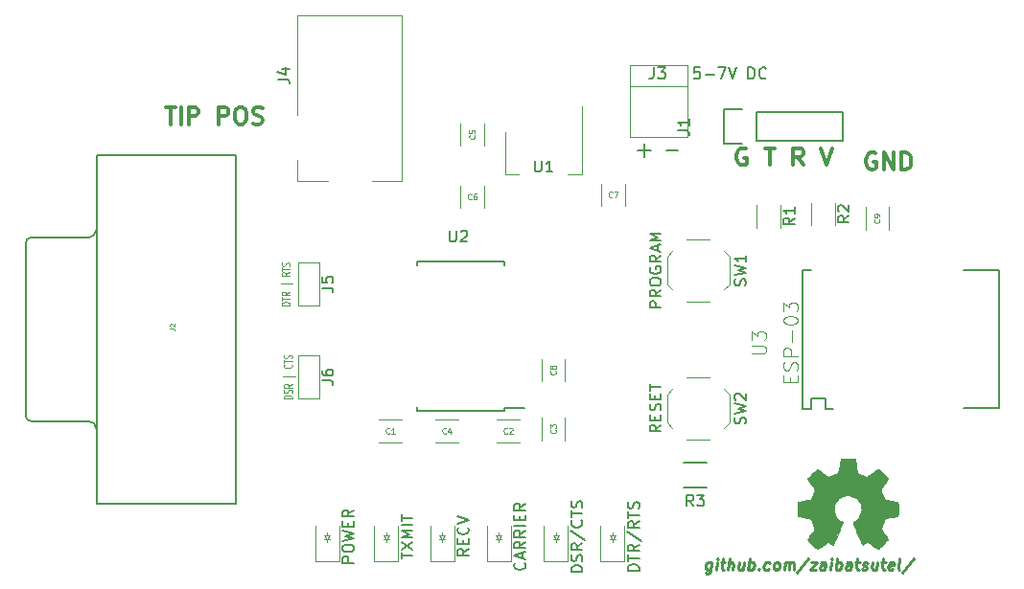
<source format=gto>
G04 #@! TF.FileFunction,Legend,Top*
%FSLAX46Y46*%
G04 Gerber Fmt 4.6, Leading zero omitted, Abs format (unit mm)*
G04 Created by KiCad (PCBNEW 4.0.5+dfsg1-4) date Sat Sep  8 02:59:27 2018*
%MOMM*%
%LPD*%
G01*
G04 APERTURE LIST*
%ADD10C,0.100000*%
%ADD11C,0.300000*%
%ADD12C,0.250000*%
%ADD13C,0.200000*%
%ADD14C,0.120000*%
%ADD15C,0.150000*%
%ADD16C,0.127000*%
%ADD17C,0.010000*%
%ADD18C,0.203200*%
%ADD19C,0.125000*%
%ADD20C,0.101600*%
%ADD21C,0.050800*%
G04 APERTURE END LIST*
D10*
D11*
X154448286Y-82054000D02*
X154305429Y-81982571D01*
X154091143Y-81982571D01*
X153876858Y-82054000D01*
X153734000Y-82196857D01*
X153662572Y-82339714D01*
X153591143Y-82625429D01*
X153591143Y-82839714D01*
X153662572Y-83125429D01*
X153734000Y-83268286D01*
X153876858Y-83411143D01*
X154091143Y-83482571D01*
X154234000Y-83482571D01*
X154448286Y-83411143D01*
X154519715Y-83339714D01*
X154519715Y-82839714D01*
X154234000Y-82839714D01*
X156091143Y-81982571D02*
X156948286Y-81982571D01*
X156519715Y-83482571D02*
X156519715Y-81982571D01*
X159448286Y-83482571D02*
X158948286Y-82768286D01*
X158591143Y-83482571D02*
X158591143Y-81982571D01*
X159162571Y-81982571D01*
X159305429Y-82054000D01*
X159376857Y-82125429D01*
X159448286Y-82268286D01*
X159448286Y-82482571D01*
X159376857Y-82625429D01*
X159305429Y-82696857D01*
X159162571Y-82768286D01*
X158591143Y-82768286D01*
X161019714Y-81982571D02*
X161519714Y-83482571D01*
X162019714Y-81982571D01*
D12*
X151364238Y-118594214D02*
X151263047Y-119403738D01*
X151203523Y-119498976D01*
X151149952Y-119546595D01*
X151048761Y-119594214D01*
X150905904Y-119594214D01*
X150816618Y-119546595D01*
X151286857Y-119213262D02*
X151185666Y-119260881D01*
X150995189Y-119260881D01*
X150905904Y-119213262D01*
X150864237Y-119165643D01*
X150828523Y-119070405D01*
X150864237Y-118784690D01*
X150923761Y-118689452D01*
X150977332Y-118641833D01*
X151078523Y-118594214D01*
X151269000Y-118594214D01*
X151358285Y-118641833D01*
X151757094Y-119260881D02*
X151840428Y-118594214D01*
X151882094Y-118260881D02*
X151828523Y-118308500D01*
X151870190Y-118356119D01*
X151923761Y-118308500D01*
X151882094Y-118260881D01*
X151870190Y-118356119D01*
X152173761Y-118594214D02*
X152554713Y-118594214D01*
X152358284Y-118260881D02*
X152251142Y-119118024D01*
X152286856Y-119213262D01*
X152376141Y-119260881D01*
X152471379Y-119260881D01*
X152804713Y-119260881D02*
X152929713Y-118260881D01*
X153233285Y-119260881D02*
X153298762Y-118737071D01*
X153263047Y-118641833D01*
X153173762Y-118594214D01*
X153030904Y-118594214D01*
X152929713Y-118641833D01*
X152876142Y-118689452D01*
X154221381Y-118594214D02*
X154138047Y-119260881D01*
X153792809Y-118594214D02*
X153727333Y-119118024D01*
X153763047Y-119213262D01*
X153852332Y-119260881D01*
X153995190Y-119260881D01*
X154096381Y-119213262D01*
X154149952Y-119165643D01*
X154614237Y-119260881D02*
X154739237Y-118260881D01*
X154691618Y-118641833D02*
X154792809Y-118594214D01*
X154983286Y-118594214D01*
X155072571Y-118641833D01*
X155114238Y-118689452D01*
X155149952Y-118784690D01*
X155114238Y-119070405D01*
X155054714Y-119165643D01*
X155001143Y-119213262D01*
X154899952Y-119260881D01*
X154709475Y-119260881D01*
X154620190Y-119213262D01*
X155530904Y-119165643D02*
X155572571Y-119213262D01*
X155518999Y-119260881D01*
X155477333Y-119213262D01*
X155530904Y-119165643D01*
X155518999Y-119260881D01*
X156429714Y-119213262D02*
X156328523Y-119260881D01*
X156138046Y-119260881D01*
X156048761Y-119213262D01*
X156007094Y-119165643D01*
X155971380Y-119070405D01*
X156007094Y-118784690D01*
X156066618Y-118689452D01*
X156120189Y-118641833D01*
X156221380Y-118594214D01*
X156411857Y-118594214D01*
X156501142Y-118641833D01*
X156995189Y-119260881D02*
X156905904Y-119213262D01*
X156864237Y-119165643D01*
X156828523Y-119070405D01*
X156864237Y-118784690D01*
X156923761Y-118689452D01*
X156977332Y-118641833D01*
X157078523Y-118594214D01*
X157221381Y-118594214D01*
X157310666Y-118641833D01*
X157352333Y-118689452D01*
X157388047Y-118784690D01*
X157352333Y-119070405D01*
X157292809Y-119165643D01*
X157239238Y-119213262D01*
X157138047Y-119260881D01*
X156995189Y-119260881D01*
X157757094Y-119260881D02*
X157840428Y-118594214D01*
X157828523Y-118689452D02*
X157882094Y-118641833D01*
X157983285Y-118594214D01*
X158126143Y-118594214D01*
X158215428Y-118641833D01*
X158251143Y-118737071D01*
X158185666Y-119260881D01*
X158251143Y-118737071D02*
X158310666Y-118641833D01*
X158411857Y-118594214D01*
X158554714Y-118594214D01*
X158643999Y-118641833D01*
X158679714Y-118737071D01*
X158614237Y-119260881D01*
X159935666Y-118213262D02*
X158917808Y-119498976D01*
X160126142Y-118594214D02*
X160649952Y-118594214D01*
X160042808Y-119260881D01*
X160566618Y-119260881D01*
X161376142Y-119260881D02*
X161441619Y-118737071D01*
X161405904Y-118641833D01*
X161316619Y-118594214D01*
X161126142Y-118594214D01*
X161024951Y-118641833D01*
X161382095Y-119213262D02*
X161280904Y-119260881D01*
X161042808Y-119260881D01*
X160953523Y-119213262D01*
X160917809Y-119118024D01*
X160929713Y-119022786D01*
X160989237Y-118927548D01*
X161090427Y-118879929D01*
X161328523Y-118879929D01*
X161429714Y-118832310D01*
X161852332Y-119260881D02*
X161935666Y-118594214D01*
X161977332Y-118260881D02*
X161923761Y-118308500D01*
X161965428Y-118356119D01*
X162018999Y-118308500D01*
X161977332Y-118260881D01*
X161965428Y-118356119D01*
X162328522Y-119260881D02*
X162453522Y-118260881D01*
X162405903Y-118641833D02*
X162507094Y-118594214D01*
X162697571Y-118594214D01*
X162786856Y-118641833D01*
X162828523Y-118689452D01*
X162864237Y-118784690D01*
X162828523Y-119070405D01*
X162768999Y-119165643D01*
X162715428Y-119213262D01*
X162614237Y-119260881D01*
X162423760Y-119260881D01*
X162334475Y-119213262D01*
X163661856Y-119260881D02*
X163727333Y-118737071D01*
X163691618Y-118641833D01*
X163602333Y-118594214D01*
X163411856Y-118594214D01*
X163310665Y-118641833D01*
X163667809Y-119213262D02*
X163566618Y-119260881D01*
X163328522Y-119260881D01*
X163239237Y-119213262D01*
X163203523Y-119118024D01*
X163215427Y-119022786D01*
X163274951Y-118927548D01*
X163376141Y-118879929D01*
X163614237Y-118879929D01*
X163715428Y-118832310D01*
X164078523Y-118594214D02*
X164459475Y-118594214D01*
X164263046Y-118260881D02*
X164155904Y-119118024D01*
X164191618Y-119213262D01*
X164280903Y-119260881D01*
X164376141Y-119260881D01*
X164667809Y-119213262D02*
X164757094Y-119260881D01*
X164947570Y-119260881D01*
X165048762Y-119213262D01*
X165108286Y-119118024D01*
X165114238Y-119070405D01*
X165078524Y-118975167D01*
X164989237Y-118927548D01*
X164846380Y-118927548D01*
X164757094Y-118879929D01*
X164721380Y-118784690D01*
X164727333Y-118737071D01*
X164786856Y-118641833D01*
X164888047Y-118594214D01*
X165030904Y-118594214D01*
X165120190Y-118641833D01*
X166030905Y-118594214D02*
X165947571Y-119260881D01*
X165602333Y-118594214D02*
X165536857Y-119118024D01*
X165572571Y-119213262D01*
X165661856Y-119260881D01*
X165804714Y-119260881D01*
X165905905Y-119213262D01*
X165959476Y-119165643D01*
X166364238Y-118594214D02*
X166745190Y-118594214D01*
X166548761Y-118260881D02*
X166441619Y-119118024D01*
X166477333Y-119213262D01*
X166566618Y-119260881D01*
X166661856Y-119260881D01*
X167382096Y-119213262D02*
X167280905Y-119260881D01*
X167090428Y-119260881D01*
X167001143Y-119213262D01*
X166965429Y-119118024D01*
X167013048Y-118737071D01*
X167072571Y-118641833D01*
X167173762Y-118594214D01*
X167364239Y-118594214D01*
X167453524Y-118641833D01*
X167489239Y-118737071D01*
X167477334Y-118832310D01*
X166989238Y-118927548D01*
X167995190Y-119260881D02*
X167905905Y-119213262D01*
X167870191Y-119118024D01*
X167977333Y-118260881D01*
X169221382Y-118213262D02*
X168203524Y-119498976D01*
D11*
X103148357Y-78363071D02*
X104005500Y-78363071D01*
X103576929Y-79863071D02*
X103576929Y-78363071D01*
X104505500Y-79863071D02*
X104505500Y-78363071D01*
X105219786Y-79863071D02*
X105219786Y-78363071D01*
X105791214Y-78363071D01*
X105934072Y-78434500D01*
X106005500Y-78505929D01*
X106076929Y-78648786D01*
X106076929Y-78863071D01*
X106005500Y-79005929D01*
X105934072Y-79077357D01*
X105791214Y-79148786D01*
X105219786Y-79148786D01*
X107862643Y-79863071D02*
X107862643Y-78363071D01*
X108434071Y-78363071D01*
X108576929Y-78434500D01*
X108648357Y-78505929D01*
X108719786Y-78648786D01*
X108719786Y-78863071D01*
X108648357Y-79005929D01*
X108576929Y-79077357D01*
X108434071Y-79148786D01*
X107862643Y-79148786D01*
X109648357Y-78363071D02*
X109934071Y-78363071D01*
X110076929Y-78434500D01*
X110219786Y-78577357D01*
X110291214Y-78863071D01*
X110291214Y-79363071D01*
X110219786Y-79648786D01*
X110076929Y-79791643D01*
X109934071Y-79863071D01*
X109648357Y-79863071D01*
X109505500Y-79791643D01*
X109362643Y-79648786D01*
X109291214Y-79363071D01*
X109291214Y-78863071D01*
X109362643Y-78577357D01*
X109505500Y-78434500D01*
X109648357Y-78363071D01*
X110862643Y-79791643D02*
X111076929Y-79863071D01*
X111434072Y-79863071D01*
X111576929Y-79791643D01*
X111648358Y-79720214D01*
X111719786Y-79577357D01*
X111719786Y-79434500D01*
X111648358Y-79291643D01*
X111576929Y-79220214D01*
X111434072Y-79148786D01*
X111148358Y-79077357D01*
X111005500Y-79005929D01*
X110934072Y-78934500D01*
X110862643Y-78791643D01*
X110862643Y-78648786D01*
X110934072Y-78505929D01*
X111005500Y-78434500D01*
X111148358Y-78363071D01*
X111505500Y-78363071D01*
X111719786Y-78434500D01*
D13*
X147400000Y-82200000D02*
X148400000Y-82200000D01*
X144800000Y-82200000D02*
X146000000Y-82200000D01*
X145400000Y-81600000D02*
X145400000Y-82800000D01*
D10*
X114139286Y-95869046D02*
X113389286Y-95869046D01*
X113389286Y-95749999D01*
X113425000Y-95678570D01*
X113496429Y-95630951D01*
X113567857Y-95607142D01*
X113710714Y-95583332D01*
X113817857Y-95583332D01*
X113960714Y-95607142D01*
X114032143Y-95630951D01*
X114103571Y-95678570D01*
X114139286Y-95749999D01*
X114139286Y-95869046D01*
X113389286Y-95440475D02*
X113389286Y-95154761D01*
X114139286Y-95297618D02*
X113389286Y-95297618D01*
X114139286Y-94702380D02*
X113782143Y-94869047D01*
X114139286Y-94988094D02*
X113389286Y-94988094D01*
X113389286Y-94797618D01*
X113425000Y-94749999D01*
X113460714Y-94726190D01*
X113532143Y-94702380D01*
X113639286Y-94702380D01*
X113710714Y-94726190D01*
X113746429Y-94749999D01*
X113782143Y-94797618D01*
X113782143Y-94988094D01*
X114389286Y-93988095D02*
X113317857Y-93988095D01*
X114139286Y-92964286D02*
X113782143Y-93130953D01*
X114139286Y-93250000D02*
X113389286Y-93250000D01*
X113389286Y-93059524D01*
X113425000Y-93011905D01*
X113460714Y-92988096D01*
X113532143Y-92964286D01*
X113639286Y-92964286D01*
X113710714Y-92988096D01*
X113746429Y-93011905D01*
X113782143Y-93059524D01*
X113782143Y-93250000D01*
X113389286Y-92821429D02*
X113389286Y-92535715D01*
X114139286Y-92678572D02*
X113389286Y-92678572D01*
X114103571Y-92392858D02*
X114139286Y-92321429D01*
X114139286Y-92202382D01*
X114103571Y-92154763D01*
X114067857Y-92130953D01*
X113996429Y-92107144D01*
X113925000Y-92107144D01*
X113853571Y-92130953D01*
X113817857Y-92154763D01*
X113782143Y-92202382D01*
X113746429Y-92297620D01*
X113710714Y-92345239D01*
X113675000Y-92369048D01*
X113603571Y-92392858D01*
X113532143Y-92392858D01*
X113460714Y-92369048D01*
X113425000Y-92345239D01*
X113389286Y-92297620D01*
X113389286Y-92178572D01*
X113425000Y-92107144D01*
X114339286Y-104116665D02*
X113589286Y-104116665D01*
X113589286Y-103997618D01*
X113625000Y-103926189D01*
X113696429Y-103878570D01*
X113767857Y-103854761D01*
X113910714Y-103830951D01*
X114017857Y-103830951D01*
X114160714Y-103854761D01*
X114232143Y-103878570D01*
X114303571Y-103926189D01*
X114339286Y-103997618D01*
X114339286Y-104116665D01*
X114303571Y-103640475D02*
X114339286Y-103569046D01*
X114339286Y-103449999D01*
X114303571Y-103402380D01*
X114267857Y-103378570D01*
X114196429Y-103354761D01*
X114125000Y-103354761D01*
X114053571Y-103378570D01*
X114017857Y-103402380D01*
X113982143Y-103449999D01*
X113946429Y-103545237D01*
X113910714Y-103592856D01*
X113875000Y-103616665D01*
X113803571Y-103640475D01*
X113732143Y-103640475D01*
X113660714Y-103616665D01*
X113625000Y-103592856D01*
X113589286Y-103545237D01*
X113589286Y-103426189D01*
X113625000Y-103354761D01*
X114339286Y-102854761D02*
X113982143Y-103021428D01*
X114339286Y-103140475D02*
X113589286Y-103140475D01*
X113589286Y-102949999D01*
X113625000Y-102902380D01*
X113660714Y-102878571D01*
X113732143Y-102854761D01*
X113839286Y-102854761D01*
X113910714Y-102878571D01*
X113946429Y-102902380D01*
X113982143Y-102949999D01*
X113982143Y-103140475D01*
X114589286Y-102140476D02*
X113517857Y-102140476D01*
X114267857Y-101116667D02*
X114303571Y-101140477D01*
X114339286Y-101211905D01*
X114339286Y-101259524D01*
X114303571Y-101330953D01*
X114232143Y-101378572D01*
X114160714Y-101402381D01*
X114017857Y-101426191D01*
X113910714Y-101426191D01*
X113767857Y-101402381D01*
X113696429Y-101378572D01*
X113625000Y-101330953D01*
X113589286Y-101259524D01*
X113589286Y-101211905D01*
X113625000Y-101140477D01*
X113660714Y-101116667D01*
X113589286Y-100973810D02*
X113589286Y-100688096D01*
X114339286Y-100830953D02*
X113589286Y-100830953D01*
X114303571Y-100545239D02*
X114339286Y-100473810D01*
X114339286Y-100354763D01*
X114303571Y-100307144D01*
X114267857Y-100283334D01*
X114196429Y-100259525D01*
X114125000Y-100259525D01*
X114053571Y-100283334D01*
X114017857Y-100307144D01*
X113982143Y-100354763D01*
X113946429Y-100450001D01*
X113910714Y-100497620D01*
X113875000Y-100521429D01*
X113803571Y-100545239D01*
X113732143Y-100545239D01*
X113660714Y-100521429D01*
X113625000Y-100497620D01*
X113589286Y-100450001D01*
X113589286Y-100330953D01*
X113625000Y-100259525D01*
D11*
X165857143Y-82450000D02*
X165714286Y-82378571D01*
X165500000Y-82378571D01*
X165285715Y-82450000D01*
X165142857Y-82592857D01*
X165071429Y-82735714D01*
X165000000Y-83021429D01*
X165000000Y-83235714D01*
X165071429Y-83521429D01*
X165142857Y-83664286D01*
X165285715Y-83807143D01*
X165500000Y-83878571D01*
X165642857Y-83878571D01*
X165857143Y-83807143D01*
X165928572Y-83735714D01*
X165928572Y-83235714D01*
X165642857Y-83235714D01*
X166571429Y-83878571D02*
X166571429Y-82378571D01*
X167428572Y-83878571D01*
X167428572Y-82378571D01*
X168142858Y-83878571D02*
X168142858Y-82378571D01*
X168500001Y-82378571D01*
X168714286Y-82450000D01*
X168857144Y-82592857D01*
X168928572Y-82735714D01*
X169000001Y-83021429D01*
X169000001Y-83235714D01*
X168928572Y-83521429D01*
X168857144Y-83664286D01*
X168714286Y-83807143D01*
X168500001Y-83878571D01*
X168142858Y-83878571D01*
D14*
X149210000Y-76530000D02*
X144130000Y-76530000D01*
X149210000Y-80970000D02*
X144130000Y-80970000D01*
X144130000Y-74630000D02*
X149210000Y-74630000D01*
X144130000Y-74630000D02*
X144130000Y-80970000D01*
X149210000Y-74630000D02*
X149210000Y-80970000D01*
X114780000Y-79010500D02*
X114780000Y-70210500D01*
X114780000Y-70210500D02*
X123980000Y-70210500D01*
X117480000Y-84910500D02*
X114780000Y-84910500D01*
X114780000Y-84910500D02*
X114780000Y-83010500D01*
X123980000Y-70210500D02*
X123980000Y-84910500D01*
X123980000Y-84910500D02*
X121380000Y-84910500D01*
X155330000Y-89000000D02*
X155330000Y-87000000D01*
X157470000Y-87000000D02*
X157470000Y-89000000D01*
X160130000Y-88800000D02*
X160130000Y-86800000D01*
X162270000Y-86800000D02*
X162270000Y-88800000D01*
X133115000Y-84333000D02*
X134375000Y-84333000D01*
X139935000Y-84333000D02*
X138675000Y-84333000D01*
X133115000Y-80573000D02*
X133115000Y-84333000D01*
X139935000Y-78323000D02*
X139935000Y-84333000D01*
D15*
X133075000Y-105175000D02*
X133075000Y-104925000D01*
X125325000Y-105175000D02*
X125325000Y-104840000D01*
X125325000Y-92025000D02*
X125325000Y-92360000D01*
X133075000Y-92025000D02*
X133075000Y-92360000D01*
X133075000Y-105175000D02*
X125325000Y-105175000D01*
X133075000Y-92025000D02*
X125325000Y-92025000D01*
X133075000Y-104925000D02*
X134875000Y-104925000D01*
D14*
X147900000Y-103300000D02*
X147450000Y-103750000D01*
X147900000Y-106700000D02*
X147450000Y-106250000D01*
X152500000Y-106700000D02*
X152950000Y-106250000D01*
X152500000Y-103300000D02*
X152950000Y-103750000D01*
X151200000Y-107750000D02*
X149200000Y-107750000D01*
X147450000Y-103750000D02*
X147450000Y-106250000D01*
X151200000Y-102250000D02*
X149200000Y-102250000D01*
X152950000Y-103750000D02*
X152950000Y-106250000D01*
X147900000Y-91100000D02*
X147450000Y-91550000D01*
X147900000Y-94500000D02*
X147450000Y-94050000D01*
X152500000Y-94500000D02*
X152950000Y-94050000D01*
X152500000Y-91100000D02*
X152950000Y-91550000D01*
X151200000Y-95550000D02*
X149200000Y-95550000D01*
X147450000Y-91550000D02*
X147450000Y-94050000D01*
X151200000Y-90050000D02*
X149200000Y-90050000D01*
X152950000Y-91550000D02*
X152950000Y-94050000D01*
D10*
X117157500Y-116586000D02*
X117665500Y-116586000D01*
X117411500Y-116205000D02*
X117411500Y-115951000D01*
X117411500Y-116586000D02*
X117411500Y-116840000D01*
X117665500Y-116205000D02*
X117411500Y-116586000D01*
X117157500Y-116205000D02*
X117665500Y-116205000D01*
X117411500Y-116586000D02*
X117157500Y-116205000D01*
D14*
X116351500Y-118532000D02*
X118471500Y-118532000D01*
X116351500Y-115332000D02*
X116351500Y-118532000D01*
X118471500Y-118532000D02*
X118471500Y-115332000D01*
D10*
X142367000Y-116586000D02*
X142875000Y-116586000D01*
X142621000Y-116205000D02*
X142621000Y-115951000D01*
X142621000Y-116586000D02*
X142621000Y-116840000D01*
X142875000Y-116205000D02*
X142621000Y-116586000D01*
X142367000Y-116205000D02*
X142875000Y-116205000D01*
X142621000Y-116586000D02*
X142367000Y-116205000D01*
D14*
X141561000Y-118532000D02*
X143681000Y-118532000D01*
X141561000Y-115332000D02*
X141561000Y-118532000D01*
X143681000Y-118532000D02*
X143681000Y-115332000D01*
D10*
X137350500Y-116586000D02*
X137858500Y-116586000D01*
X137604500Y-116205000D02*
X137604500Y-115951000D01*
X137604500Y-116586000D02*
X137604500Y-116840000D01*
X137858500Y-116205000D02*
X137604500Y-116586000D01*
X137350500Y-116205000D02*
X137858500Y-116205000D01*
X137604500Y-116586000D02*
X137350500Y-116205000D01*
D14*
X136544500Y-118532000D02*
X138664500Y-118532000D01*
X136544500Y-115332000D02*
X136544500Y-118532000D01*
X138664500Y-118532000D02*
X138664500Y-115332000D01*
D10*
X132334000Y-116586000D02*
X132842000Y-116586000D01*
X132588000Y-116205000D02*
X132588000Y-115951000D01*
X132588000Y-116586000D02*
X132588000Y-116840000D01*
X132842000Y-116205000D02*
X132588000Y-116586000D01*
X132334000Y-116205000D02*
X132842000Y-116205000D01*
X132588000Y-116586000D02*
X132334000Y-116205000D01*
D14*
X131528000Y-118532000D02*
X133648000Y-118532000D01*
X131528000Y-115332000D02*
X131528000Y-118532000D01*
X133648000Y-118532000D02*
X133648000Y-115332000D01*
D10*
X127317500Y-116586000D02*
X127825500Y-116586000D01*
X127571500Y-116205000D02*
X127571500Y-115951000D01*
X127571500Y-116586000D02*
X127571500Y-116840000D01*
X127825500Y-116205000D02*
X127571500Y-116586000D01*
X127317500Y-116205000D02*
X127825500Y-116205000D01*
X127571500Y-116586000D02*
X127317500Y-116205000D01*
D14*
X126511500Y-118532000D02*
X128631500Y-118532000D01*
X126511500Y-115332000D02*
X126511500Y-118532000D01*
X128631500Y-118532000D02*
X128631500Y-115332000D01*
D10*
X122364500Y-116586000D02*
X122872500Y-116586000D01*
X122618500Y-116205000D02*
X122618500Y-115951000D01*
X122618500Y-116586000D02*
X122618500Y-116840000D01*
X122872500Y-116205000D02*
X122618500Y-116586000D01*
X122364500Y-116205000D02*
X122872500Y-116205000D01*
X122618500Y-116586000D02*
X122364500Y-116205000D01*
D14*
X121558500Y-118532000D02*
X123678500Y-118532000D01*
X121558500Y-115332000D02*
X121558500Y-118532000D01*
X123678500Y-118532000D02*
X123678500Y-115332000D01*
X116690000Y-95910000D02*
X116690000Y-92090000D01*
X116690000Y-92090000D02*
X114910000Y-92090000D01*
X114910000Y-92090000D02*
X114910000Y-95910000D01*
X116690000Y-95910000D02*
X114910000Y-95910000D01*
X116690000Y-104110000D02*
X116690000Y-100290000D01*
X116690000Y-100290000D02*
X114910000Y-100290000D01*
X114910000Y-100290000D02*
X114910000Y-104110000D01*
X116690000Y-104110000D02*
X114910000Y-104110000D01*
X122000000Y-108020000D02*
X124000000Y-108020000D01*
X124000000Y-105980000D02*
X122000000Y-105980000D01*
X134400000Y-105980000D02*
X132400000Y-105980000D01*
X132400000Y-108020000D02*
X134400000Y-108020000D01*
X138420000Y-107800000D02*
X138420000Y-105800000D01*
X136380000Y-105800000D02*
X136380000Y-107800000D01*
X127000000Y-108020000D02*
X129000000Y-108020000D01*
X129000000Y-105980000D02*
X127000000Y-105980000D01*
X131258500Y-81772000D02*
X131258500Y-79772000D01*
X129218500Y-79772000D02*
X129218500Y-81772000D01*
X141664500Y-85106000D02*
X141664500Y-87106000D01*
X143704500Y-87106000D02*
X143704500Y-85106000D01*
X136380000Y-100600000D02*
X136380000Y-102600000D01*
X138420000Y-102600000D02*
X138420000Y-100600000D01*
X167009000Y-89201500D02*
X167009000Y-87201500D01*
X164969000Y-87201500D02*
X164969000Y-89201500D01*
X129218500Y-85296500D02*
X129218500Y-87296500D01*
X131258500Y-87296500D02*
X131258500Y-85296500D01*
D15*
X159400000Y-92800000D02*
X159400000Y-105000000D01*
X159400000Y-105000000D02*
X160150000Y-105000000D01*
X160150000Y-105000000D02*
X160150000Y-104100000D01*
X160150000Y-104100000D02*
X161450000Y-104100000D01*
X161450000Y-104100000D02*
X161450000Y-105000000D01*
X161450000Y-105000000D02*
X162150000Y-105000000D01*
X159400000Y-92800000D02*
X160150000Y-92800000D01*
D16*
X176798560Y-92801280D02*
X176798560Y-104998360D01*
X176798560Y-104998360D02*
X173598160Y-104998360D01*
X176798560Y-92801280D02*
X173598160Y-92801280D01*
D15*
X148923500Y-109796000D02*
X150923500Y-109796000D01*
X150923500Y-111946000D02*
X148923500Y-111946000D01*
D17*
G36*
X164132036Y-110074927D02*
X164244618Y-110672118D01*
X164660031Y-110843365D01*
X165075445Y-111014612D01*
X165573802Y-110675733D01*
X165713369Y-110581377D01*
X165839529Y-110497130D01*
X165946396Y-110426838D01*
X166028083Y-110374347D01*
X166078702Y-110343504D01*
X166092487Y-110336853D01*
X166117321Y-110353958D01*
X166170389Y-110401244D01*
X166245741Y-110472672D01*
X166337430Y-110562200D01*
X166439508Y-110663789D01*
X166546027Y-110771398D01*
X166651037Y-110878987D01*
X166748592Y-110980515D01*
X166832743Y-111069941D01*
X166897541Y-111141226D01*
X166937038Y-111188328D01*
X166946481Y-111204092D01*
X166932892Y-111233153D01*
X166894794Y-111296821D01*
X166836194Y-111388867D01*
X166761098Y-111503064D01*
X166673509Y-111633184D01*
X166622755Y-111707401D01*
X166530246Y-111842922D01*
X166448041Y-111965216D01*
X166380131Y-112068195D01*
X166330501Y-112145773D01*
X166303141Y-112191861D01*
X166299030Y-112201547D01*
X166308350Y-112229074D01*
X166333755Y-112293228D01*
X166371412Y-112384990D01*
X166417487Y-112495339D01*
X166468147Y-112615255D01*
X166519560Y-112735719D01*
X166567890Y-112847709D01*
X166609307Y-112942207D01*
X166639975Y-113010192D01*
X166656062Y-113042643D01*
X166657012Y-113043920D01*
X166682273Y-113050117D01*
X166749546Y-113063940D01*
X166851861Y-113084032D01*
X166982242Y-113109034D01*
X167133717Y-113137586D01*
X167222094Y-113154051D01*
X167383953Y-113184869D01*
X167530150Y-113214194D01*
X167653288Y-113240421D01*
X167745970Y-113261946D01*
X167800802Y-113277165D01*
X167811824Y-113281993D01*
X167822619Y-113314674D01*
X167831330Y-113388485D01*
X167837961Y-113494792D01*
X167842519Y-113624967D01*
X167845010Y-113770376D01*
X167845439Y-113922390D01*
X167843812Y-114072377D01*
X167840136Y-114211706D01*
X167834416Y-114331745D01*
X167826658Y-114423865D01*
X167816869Y-114479432D01*
X167810997Y-114491000D01*
X167775900Y-114504865D01*
X167701529Y-114524688D01*
X167597724Y-114548139D01*
X167474320Y-114572891D01*
X167431242Y-114580898D01*
X167223548Y-114618941D01*
X167059485Y-114649579D01*
X166933631Y-114674029D01*
X166840566Y-114693509D01*
X166774868Y-114709236D01*
X166731118Y-114722428D01*
X166703893Y-114734304D01*
X166687773Y-114746080D01*
X166685518Y-114748408D01*
X166663004Y-114785900D01*
X166628659Y-114858865D01*
X166585912Y-114958367D01*
X166538193Y-115075473D01*
X166488931Y-115201248D01*
X166441556Y-115326757D01*
X166399496Y-115443065D01*
X166366181Y-115541239D01*
X166345042Y-115612343D01*
X166339506Y-115647442D01*
X166339967Y-115648672D01*
X166358724Y-115677361D01*
X166401277Y-115740485D01*
X166463154Y-115831473D01*
X166539883Y-115943755D01*
X166626992Y-116070760D01*
X166651799Y-116106853D01*
X166740253Y-116237703D01*
X166818089Y-116357091D01*
X166881067Y-116458162D01*
X166924946Y-116534059D01*
X166945486Y-116577927D01*
X166946481Y-116583317D01*
X166929223Y-116611644D01*
X166881536Y-116667761D01*
X166809551Y-116745637D01*
X166719398Y-116839240D01*
X166617206Y-116942541D01*
X166509106Y-117049506D01*
X166401229Y-117154106D01*
X166299705Y-117250309D01*
X166210663Y-117332084D01*
X166140234Y-117393400D01*
X166094548Y-117428226D01*
X166081910Y-117433912D01*
X166052492Y-117420520D01*
X165992262Y-117384399D01*
X165911030Y-117331636D01*
X165848531Y-117289167D01*
X165735286Y-117211240D01*
X165601175Y-117119484D01*
X165466656Y-117027875D01*
X165394334Y-116978846D01*
X165149539Y-116813270D01*
X164944051Y-116924375D01*
X164850437Y-116973048D01*
X164770831Y-117010881D01*
X164716968Y-117032458D01*
X164703258Y-117035461D01*
X164686771Y-117013293D01*
X164654246Y-116950649D01*
X164608109Y-116853309D01*
X164550791Y-116727049D01*
X164484717Y-116577650D01*
X164412316Y-116410888D01*
X164336017Y-116232542D01*
X164258247Y-116048391D01*
X164181435Y-115864212D01*
X164108007Y-115685785D01*
X164040393Y-115518887D01*
X163981021Y-115369297D01*
X163932317Y-115242793D01*
X163896711Y-115145154D01*
X163876631Y-115082157D01*
X163873401Y-115060521D01*
X163898997Y-115032924D01*
X163955039Y-114988125D01*
X164029812Y-114935434D01*
X164036088Y-114931265D01*
X164229346Y-114776569D01*
X164385175Y-114596091D01*
X164502225Y-114395602D01*
X164579146Y-114180874D01*
X164614587Y-113957677D01*
X164607198Y-113731781D01*
X164555628Y-113508959D01*
X164458527Y-113294979D01*
X164429959Y-113248164D01*
X164281369Y-113059118D01*
X164105828Y-112907312D01*
X163909411Y-112793534D01*
X163698194Y-112718575D01*
X163478254Y-112683222D01*
X163255664Y-112688267D01*
X163036502Y-112734499D01*
X162826843Y-112822706D01*
X162632762Y-112953679D01*
X162572727Y-113006837D01*
X162419936Y-113173239D01*
X162308598Y-113348412D01*
X162232224Y-113544766D01*
X162189688Y-113739217D01*
X162179187Y-113957842D01*
X162214201Y-114177552D01*
X162291174Y-114390920D01*
X162406548Y-114590522D01*
X162556766Y-114768929D01*
X162738274Y-114918717D01*
X162762128Y-114934506D01*
X162837702Y-114986212D01*
X162895152Y-115031012D01*
X162922618Y-115059617D01*
X162923018Y-115060521D01*
X162917121Y-115091464D01*
X162893746Y-115161691D01*
X162855322Y-115265425D01*
X162804278Y-115396890D01*
X162743043Y-115550307D01*
X162674045Y-115719901D01*
X162599714Y-115899893D01*
X162522479Y-116084508D01*
X162444769Y-116267968D01*
X162369012Y-116444496D01*
X162297638Y-116608314D01*
X162233075Y-116753647D01*
X162177753Y-116874717D01*
X162134101Y-116965747D01*
X162104547Y-117020960D01*
X162092645Y-117035461D01*
X162056278Y-117024169D01*
X161988231Y-116993885D01*
X161900237Y-116950020D01*
X161851851Y-116924375D01*
X161646364Y-116813270D01*
X161401569Y-116978846D01*
X161276607Y-117063670D01*
X161139796Y-117157016D01*
X161011589Y-117244908D01*
X160947372Y-117289167D01*
X160857052Y-117349818D01*
X160780572Y-117397881D01*
X160727908Y-117427270D01*
X160710803Y-117433482D01*
X160685906Y-117416723D01*
X160630806Y-117369936D01*
X160550844Y-117297980D01*
X160451361Y-117205712D01*
X160337701Y-117097990D01*
X160265816Y-117028826D01*
X160140052Y-116905257D01*
X160031364Y-116794734D01*
X159944146Y-116701985D01*
X159882790Y-116631737D01*
X159851692Y-116588720D01*
X159848709Y-116579990D01*
X159862554Y-116546784D01*
X159900813Y-116479642D01*
X159959242Y-116385363D01*
X160033598Y-116270745D01*
X160119636Y-116142583D01*
X160144103Y-116106853D01*
X160233255Y-115976989D01*
X160313239Y-115860069D01*
X160379581Y-115762662D01*
X160427812Y-115691339D01*
X160453458Y-115652670D01*
X160455936Y-115648672D01*
X160452230Y-115617855D01*
X160432562Y-115550099D01*
X160400361Y-115454339D01*
X160359056Y-115339509D01*
X160312076Y-115214544D01*
X160262850Y-115088379D01*
X160214809Y-114969948D01*
X160171382Y-114868185D01*
X160135997Y-114792026D01*
X160112085Y-114750404D01*
X160110385Y-114748408D01*
X160095763Y-114736513D01*
X160071066Y-114724750D01*
X160030873Y-114711901D01*
X159969764Y-114696749D01*
X159882318Y-114678076D01*
X159763113Y-114654665D01*
X159606728Y-114625297D01*
X159407744Y-114588755D01*
X159364661Y-114580898D01*
X159236971Y-114556227D01*
X159125654Y-114532093D01*
X159040546Y-114510824D01*
X158991484Y-114494748D01*
X158984906Y-114491000D01*
X158974065Y-114457773D01*
X158965254Y-114383521D01*
X158958477Y-114276876D01*
X158953741Y-114146467D01*
X158951051Y-114000927D01*
X158950414Y-113848886D01*
X158951835Y-113698976D01*
X158955321Y-113559828D01*
X158960877Y-113440072D01*
X158968509Y-113348341D01*
X158978223Y-113293266D01*
X158984079Y-113281993D01*
X159016681Y-113270623D01*
X159090919Y-113252124D01*
X159199397Y-113228102D01*
X159334718Y-113200162D01*
X159489486Y-113169908D01*
X159573808Y-113154051D01*
X159733797Y-113124144D01*
X159876468Y-113097050D01*
X159994849Y-113074131D01*
X160081966Y-113056743D01*
X160130846Y-113046247D01*
X160138891Y-113043920D01*
X160152488Y-113017686D01*
X160181230Y-112954495D01*
X160221286Y-112863377D01*
X160268825Y-112753357D01*
X160320016Y-112633465D01*
X160371027Y-112512727D01*
X160418027Y-112400171D01*
X160457185Y-112304826D01*
X160484670Y-112235717D01*
X160496650Y-112201874D01*
X160496873Y-112200395D01*
X160483292Y-112173697D01*
X160445216Y-112112260D01*
X160386648Y-112022189D01*
X160311589Y-111909590D01*
X160224041Y-111780570D01*
X160173148Y-111706461D01*
X160080410Y-111570577D01*
X159998042Y-111447209D01*
X159930062Y-111342597D01*
X159880489Y-111262983D01*
X159853343Y-111214607D01*
X159849422Y-111203762D01*
X159866276Y-111178520D01*
X159912869Y-111124624D01*
X159983249Y-111048113D01*
X160071466Y-110955023D01*
X160171566Y-110851395D01*
X160277599Y-110743264D01*
X160383612Y-110636670D01*
X160483653Y-110537650D01*
X160571771Y-110452242D01*
X160642014Y-110386485D01*
X160688429Y-110346416D01*
X160703957Y-110336853D01*
X160729240Y-110350300D01*
X160789712Y-110388075D01*
X160879493Y-110446335D01*
X160992704Y-110521234D01*
X161123464Y-110608925D01*
X161222100Y-110675733D01*
X161720458Y-111014612D01*
X162135871Y-110843365D01*
X162551285Y-110672118D01*
X162663867Y-110074927D01*
X162776450Y-109477735D01*
X164019453Y-109477735D01*
X164132036Y-110074927D01*
X164132036Y-110074927D01*
G37*
X164132036Y-110074927D02*
X164244618Y-110672118D01*
X164660031Y-110843365D01*
X165075445Y-111014612D01*
X165573802Y-110675733D01*
X165713369Y-110581377D01*
X165839529Y-110497130D01*
X165946396Y-110426838D01*
X166028083Y-110374347D01*
X166078702Y-110343504D01*
X166092487Y-110336853D01*
X166117321Y-110353958D01*
X166170389Y-110401244D01*
X166245741Y-110472672D01*
X166337430Y-110562200D01*
X166439508Y-110663789D01*
X166546027Y-110771398D01*
X166651037Y-110878987D01*
X166748592Y-110980515D01*
X166832743Y-111069941D01*
X166897541Y-111141226D01*
X166937038Y-111188328D01*
X166946481Y-111204092D01*
X166932892Y-111233153D01*
X166894794Y-111296821D01*
X166836194Y-111388867D01*
X166761098Y-111503064D01*
X166673509Y-111633184D01*
X166622755Y-111707401D01*
X166530246Y-111842922D01*
X166448041Y-111965216D01*
X166380131Y-112068195D01*
X166330501Y-112145773D01*
X166303141Y-112191861D01*
X166299030Y-112201547D01*
X166308350Y-112229074D01*
X166333755Y-112293228D01*
X166371412Y-112384990D01*
X166417487Y-112495339D01*
X166468147Y-112615255D01*
X166519560Y-112735719D01*
X166567890Y-112847709D01*
X166609307Y-112942207D01*
X166639975Y-113010192D01*
X166656062Y-113042643D01*
X166657012Y-113043920D01*
X166682273Y-113050117D01*
X166749546Y-113063940D01*
X166851861Y-113084032D01*
X166982242Y-113109034D01*
X167133717Y-113137586D01*
X167222094Y-113154051D01*
X167383953Y-113184869D01*
X167530150Y-113214194D01*
X167653288Y-113240421D01*
X167745970Y-113261946D01*
X167800802Y-113277165D01*
X167811824Y-113281993D01*
X167822619Y-113314674D01*
X167831330Y-113388485D01*
X167837961Y-113494792D01*
X167842519Y-113624967D01*
X167845010Y-113770376D01*
X167845439Y-113922390D01*
X167843812Y-114072377D01*
X167840136Y-114211706D01*
X167834416Y-114331745D01*
X167826658Y-114423865D01*
X167816869Y-114479432D01*
X167810997Y-114491000D01*
X167775900Y-114504865D01*
X167701529Y-114524688D01*
X167597724Y-114548139D01*
X167474320Y-114572891D01*
X167431242Y-114580898D01*
X167223548Y-114618941D01*
X167059485Y-114649579D01*
X166933631Y-114674029D01*
X166840566Y-114693509D01*
X166774868Y-114709236D01*
X166731118Y-114722428D01*
X166703893Y-114734304D01*
X166687773Y-114746080D01*
X166685518Y-114748408D01*
X166663004Y-114785900D01*
X166628659Y-114858865D01*
X166585912Y-114958367D01*
X166538193Y-115075473D01*
X166488931Y-115201248D01*
X166441556Y-115326757D01*
X166399496Y-115443065D01*
X166366181Y-115541239D01*
X166345042Y-115612343D01*
X166339506Y-115647442D01*
X166339967Y-115648672D01*
X166358724Y-115677361D01*
X166401277Y-115740485D01*
X166463154Y-115831473D01*
X166539883Y-115943755D01*
X166626992Y-116070760D01*
X166651799Y-116106853D01*
X166740253Y-116237703D01*
X166818089Y-116357091D01*
X166881067Y-116458162D01*
X166924946Y-116534059D01*
X166945486Y-116577927D01*
X166946481Y-116583317D01*
X166929223Y-116611644D01*
X166881536Y-116667761D01*
X166809551Y-116745637D01*
X166719398Y-116839240D01*
X166617206Y-116942541D01*
X166509106Y-117049506D01*
X166401229Y-117154106D01*
X166299705Y-117250309D01*
X166210663Y-117332084D01*
X166140234Y-117393400D01*
X166094548Y-117428226D01*
X166081910Y-117433912D01*
X166052492Y-117420520D01*
X165992262Y-117384399D01*
X165911030Y-117331636D01*
X165848531Y-117289167D01*
X165735286Y-117211240D01*
X165601175Y-117119484D01*
X165466656Y-117027875D01*
X165394334Y-116978846D01*
X165149539Y-116813270D01*
X164944051Y-116924375D01*
X164850437Y-116973048D01*
X164770831Y-117010881D01*
X164716968Y-117032458D01*
X164703258Y-117035461D01*
X164686771Y-117013293D01*
X164654246Y-116950649D01*
X164608109Y-116853309D01*
X164550791Y-116727049D01*
X164484717Y-116577650D01*
X164412316Y-116410888D01*
X164336017Y-116232542D01*
X164258247Y-116048391D01*
X164181435Y-115864212D01*
X164108007Y-115685785D01*
X164040393Y-115518887D01*
X163981021Y-115369297D01*
X163932317Y-115242793D01*
X163896711Y-115145154D01*
X163876631Y-115082157D01*
X163873401Y-115060521D01*
X163898997Y-115032924D01*
X163955039Y-114988125D01*
X164029812Y-114935434D01*
X164036088Y-114931265D01*
X164229346Y-114776569D01*
X164385175Y-114596091D01*
X164502225Y-114395602D01*
X164579146Y-114180874D01*
X164614587Y-113957677D01*
X164607198Y-113731781D01*
X164555628Y-113508959D01*
X164458527Y-113294979D01*
X164429959Y-113248164D01*
X164281369Y-113059118D01*
X164105828Y-112907312D01*
X163909411Y-112793534D01*
X163698194Y-112718575D01*
X163478254Y-112683222D01*
X163255664Y-112688267D01*
X163036502Y-112734499D01*
X162826843Y-112822706D01*
X162632762Y-112953679D01*
X162572727Y-113006837D01*
X162419936Y-113173239D01*
X162308598Y-113348412D01*
X162232224Y-113544766D01*
X162189688Y-113739217D01*
X162179187Y-113957842D01*
X162214201Y-114177552D01*
X162291174Y-114390920D01*
X162406548Y-114590522D01*
X162556766Y-114768929D01*
X162738274Y-114918717D01*
X162762128Y-114934506D01*
X162837702Y-114986212D01*
X162895152Y-115031012D01*
X162922618Y-115059617D01*
X162923018Y-115060521D01*
X162917121Y-115091464D01*
X162893746Y-115161691D01*
X162855322Y-115265425D01*
X162804278Y-115396890D01*
X162743043Y-115550307D01*
X162674045Y-115719901D01*
X162599714Y-115899893D01*
X162522479Y-116084508D01*
X162444769Y-116267968D01*
X162369012Y-116444496D01*
X162297638Y-116608314D01*
X162233075Y-116753647D01*
X162177753Y-116874717D01*
X162134101Y-116965747D01*
X162104547Y-117020960D01*
X162092645Y-117035461D01*
X162056278Y-117024169D01*
X161988231Y-116993885D01*
X161900237Y-116950020D01*
X161851851Y-116924375D01*
X161646364Y-116813270D01*
X161401569Y-116978846D01*
X161276607Y-117063670D01*
X161139796Y-117157016D01*
X161011589Y-117244908D01*
X160947372Y-117289167D01*
X160857052Y-117349818D01*
X160780572Y-117397881D01*
X160727908Y-117427270D01*
X160710803Y-117433482D01*
X160685906Y-117416723D01*
X160630806Y-117369936D01*
X160550844Y-117297980D01*
X160451361Y-117205712D01*
X160337701Y-117097990D01*
X160265816Y-117028826D01*
X160140052Y-116905257D01*
X160031364Y-116794734D01*
X159944146Y-116701985D01*
X159882790Y-116631737D01*
X159851692Y-116588720D01*
X159848709Y-116579990D01*
X159862554Y-116546784D01*
X159900813Y-116479642D01*
X159959242Y-116385363D01*
X160033598Y-116270745D01*
X160119636Y-116142583D01*
X160144103Y-116106853D01*
X160233255Y-115976989D01*
X160313239Y-115860069D01*
X160379581Y-115762662D01*
X160427812Y-115691339D01*
X160453458Y-115652670D01*
X160455936Y-115648672D01*
X160452230Y-115617855D01*
X160432562Y-115550099D01*
X160400361Y-115454339D01*
X160359056Y-115339509D01*
X160312076Y-115214544D01*
X160262850Y-115088379D01*
X160214809Y-114969948D01*
X160171382Y-114868185D01*
X160135997Y-114792026D01*
X160112085Y-114750404D01*
X160110385Y-114748408D01*
X160095763Y-114736513D01*
X160071066Y-114724750D01*
X160030873Y-114711901D01*
X159969764Y-114696749D01*
X159882318Y-114678076D01*
X159763113Y-114654665D01*
X159606728Y-114625297D01*
X159407744Y-114588755D01*
X159364661Y-114580898D01*
X159236971Y-114556227D01*
X159125654Y-114532093D01*
X159040546Y-114510824D01*
X158991484Y-114494748D01*
X158984906Y-114491000D01*
X158974065Y-114457773D01*
X158965254Y-114383521D01*
X158958477Y-114276876D01*
X158953741Y-114146467D01*
X158951051Y-114000927D01*
X158950414Y-113848886D01*
X158951835Y-113698976D01*
X158955321Y-113559828D01*
X158960877Y-113440072D01*
X158968509Y-113348341D01*
X158978223Y-113293266D01*
X158984079Y-113281993D01*
X159016681Y-113270623D01*
X159090919Y-113252124D01*
X159199397Y-113228102D01*
X159334718Y-113200162D01*
X159489486Y-113169908D01*
X159573808Y-113154051D01*
X159733797Y-113124144D01*
X159876468Y-113097050D01*
X159994849Y-113074131D01*
X160081966Y-113056743D01*
X160130846Y-113046247D01*
X160138891Y-113043920D01*
X160152488Y-113017686D01*
X160181230Y-112954495D01*
X160221286Y-112863377D01*
X160268825Y-112753357D01*
X160320016Y-112633465D01*
X160371027Y-112512727D01*
X160418027Y-112400171D01*
X160457185Y-112304826D01*
X160484670Y-112235717D01*
X160496650Y-112201874D01*
X160496873Y-112200395D01*
X160483292Y-112173697D01*
X160445216Y-112112260D01*
X160386648Y-112022189D01*
X160311589Y-111909590D01*
X160224041Y-111780570D01*
X160173148Y-111706461D01*
X160080410Y-111570577D01*
X159998042Y-111447209D01*
X159930062Y-111342597D01*
X159880489Y-111262983D01*
X159853343Y-111214607D01*
X159849422Y-111203762D01*
X159866276Y-111178520D01*
X159912869Y-111124624D01*
X159983249Y-111048113D01*
X160071466Y-110955023D01*
X160171566Y-110851395D01*
X160277599Y-110743264D01*
X160383612Y-110636670D01*
X160483653Y-110537650D01*
X160571771Y-110452242D01*
X160642014Y-110386485D01*
X160688429Y-110346416D01*
X160703957Y-110336853D01*
X160729240Y-110350300D01*
X160789712Y-110388075D01*
X160879493Y-110446335D01*
X160992704Y-110521234D01*
X161123464Y-110608925D01*
X161222100Y-110675733D01*
X161720458Y-111014612D01*
X162135871Y-110843365D01*
X162551285Y-110672118D01*
X162663867Y-110074927D01*
X162776450Y-109477735D01*
X164019453Y-109477735D01*
X164132036Y-110074927D01*
D18*
X109399080Y-113397480D02*
X104060000Y-113397480D01*
X104057460Y-113397480D02*
X97100400Y-113397480D01*
X109399080Y-82602520D02*
X104060000Y-82602520D01*
X104060000Y-82602520D02*
X97100400Y-82602520D01*
X96381580Y-106128000D02*
X91301580Y-106128000D01*
X97100400Y-113397480D02*
X97100400Y-82602520D01*
X96381580Y-89872000D02*
X91301580Y-89872000D01*
X90793580Y-105620000D02*
X90793580Y-90380000D01*
X109399080Y-113397480D02*
X109399080Y-82602520D01*
X90793580Y-105620000D02*
G75*
G03X91301580Y-106128000I508000J0D01*
G01*
X91301580Y-89872000D02*
G75*
G03X90793580Y-90380000I0J-508000D01*
G01*
X97014040Y-106760460D02*
G75*
G03X96381580Y-106128000I-632460J0D01*
G01*
X96381580Y-89874540D02*
G75*
G03X97016580Y-89239540I0J635000D01*
G01*
D15*
X155321000Y-81343500D02*
X162941000Y-81343500D01*
X155321000Y-78803500D02*
X162941000Y-78803500D01*
X152501000Y-78523500D02*
X154051000Y-78523500D01*
X162941000Y-81343500D02*
X162941000Y-78803500D01*
X155321000Y-78803500D02*
X155321000Y-81343500D01*
X154051000Y-81623500D02*
X152501000Y-81623500D01*
X152501000Y-81623500D02*
X152501000Y-78523500D01*
X146266667Y-74852381D02*
X146266667Y-75566667D01*
X146219047Y-75709524D01*
X146123809Y-75804762D01*
X145980952Y-75852381D01*
X145885714Y-75852381D01*
X146647619Y-74852381D02*
X147266667Y-74852381D01*
X146933333Y-75233333D01*
X147076191Y-75233333D01*
X147171429Y-75280952D01*
X147219048Y-75328571D01*
X147266667Y-75423810D01*
X147266667Y-75661905D01*
X147219048Y-75757143D01*
X147171429Y-75804762D01*
X147076191Y-75852381D01*
X146790476Y-75852381D01*
X146695238Y-75804762D01*
X146647619Y-75757143D01*
X150333334Y-74852381D02*
X149857143Y-74852381D01*
X149809524Y-75328571D01*
X149857143Y-75280952D01*
X149952381Y-75233333D01*
X150190477Y-75233333D01*
X150285715Y-75280952D01*
X150333334Y-75328571D01*
X150380953Y-75423810D01*
X150380953Y-75661905D01*
X150333334Y-75757143D01*
X150285715Y-75804762D01*
X150190477Y-75852381D01*
X149952381Y-75852381D01*
X149857143Y-75804762D01*
X149809524Y-75757143D01*
X150809524Y-75471429D02*
X151571429Y-75471429D01*
X151952381Y-74852381D02*
X152619048Y-74852381D01*
X152190476Y-75852381D01*
X152857143Y-74852381D02*
X153190476Y-75852381D01*
X153523810Y-74852381D01*
X154619048Y-75852381D02*
X154619048Y-74852381D01*
X154857143Y-74852381D01*
X155000001Y-74900000D01*
X155095239Y-74995238D01*
X155142858Y-75090476D01*
X155190477Y-75280952D01*
X155190477Y-75423810D01*
X155142858Y-75614286D01*
X155095239Y-75709524D01*
X155000001Y-75804762D01*
X154857143Y-75852381D01*
X154619048Y-75852381D01*
X156190477Y-75757143D02*
X156142858Y-75804762D01*
X156000001Y-75852381D01*
X155904763Y-75852381D01*
X155761905Y-75804762D01*
X155666667Y-75709524D01*
X155619048Y-75614286D01*
X155571429Y-75423810D01*
X155571429Y-75280952D01*
X155619048Y-75090476D01*
X155666667Y-74995238D01*
X155761905Y-74900000D01*
X155904763Y-74852381D01*
X156000001Y-74852381D01*
X156142858Y-74900000D01*
X156190477Y-74947619D01*
X113082381Y-75893833D02*
X113796667Y-75893833D01*
X113939524Y-75941453D01*
X114034762Y-76036691D01*
X114082381Y-76179548D01*
X114082381Y-76274786D01*
X113415714Y-74989071D02*
X114082381Y-74989071D01*
X113034762Y-75227167D02*
X113749048Y-75465262D01*
X113749048Y-74846214D01*
X158702381Y-88166666D02*
X158226190Y-88500000D01*
X158702381Y-88738095D02*
X157702381Y-88738095D01*
X157702381Y-88357142D01*
X157750000Y-88261904D01*
X157797619Y-88214285D01*
X157892857Y-88166666D01*
X158035714Y-88166666D01*
X158130952Y-88214285D01*
X158178571Y-88261904D01*
X158226190Y-88357142D01*
X158226190Y-88738095D01*
X158702381Y-87214285D02*
X158702381Y-87785714D01*
X158702381Y-87500000D02*
X157702381Y-87500000D01*
X157845238Y-87595238D01*
X157940476Y-87690476D01*
X157988095Y-87785714D01*
X163502381Y-87966666D02*
X163026190Y-88300000D01*
X163502381Y-88538095D02*
X162502381Y-88538095D01*
X162502381Y-88157142D01*
X162550000Y-88061904D01*
X162597619Y-88014285D01*
X162692857Y-87966666D01*
X162835714Y-87966666D01*
X162930952Y-88014285D01*
X162978571Y-88061904D01*
X163026190Y-88157142D01*
X163026190Y-88538095D01*
X162597619Y-87585714D02*
X162550000Y-87538095D01*
X162502381Y-87442857D01*
X162502381Y-87204761D01*
X162550000Y-87109523D01*
X162597619Y-87061904D01*
X162692857Y-87014285D01*
X162788095Y-87014285D01*
X162930952Y-87061904D01*
X163502381Y-87633333D01*
X163502381Y-87014285D01*
X135763095Y-83081881D02*
X135763095Y-83891405D01*
X135810714Y-83986643D01*
X135858333Y-84034262D01*
X135953571Y-84081881D01*
X136144048Y-84081881D01*
X136239286Y-84034262D01*
X136286905Y-83986643D01*
X136334524Y-83891405D01*
X136334524Y-83081881D01*
X137334524Y-84081881D02*
X136763095Y-84081881D01*
X137048809Y-84081881D02*
X137048809Y-83081881D01*
X136953571Y-83224738D01*
X136858333Y-83319976D01*
X136763095Y-83367595D01*
X128238095Y-89252381D02*
X128238095Y-90061905D01*
X128285714Y-90157143D01*
X128333333Y-90204762D01*
X128428571Y-90252381D01*
X128619048Y-90252381D01*
X128714286Y-90204762D01*
X128761905Y-90157143D01*
X128809524Y-90061905D01*
X128809524Y-89252381D01*
X129238095Y-89347619D02*
X129285714Y-89300000D01*
X129380952Y-89252381D01*
X129619048Y-89252381D01*
X129714286Y-89300000D01*
X129761905Y-89347619D01*
X129809524Y-89442857D01*
X129809524Y-89538095D01*
X129761905Y-89680952D01*
X129190476Y-90252381D01*
X129809524Y-90252381D01*
X154354762Y-106333333D02*
X154402381Y-106190476D01*
X154402381Y-105952380D01*
X154354762Y-105857142D01*
X154307143Y-105809523D01*
X154211905Y-105761904D01*
X154116667Y-105761904D01*
X154021429Y-105809523D01*
X153973810Y-105857142D01*
X153926190Y-105952380D01*
X153878571Y-106142857D01*
X153830952Y-106238095D01*
X153783333Y-106285714D01*
X153688095Y-106333333D01*
X153592857Y-106333333D01*
X153497619Y-106285714D01*
X153450000Y-106238095D01*
X153402381Y-106142857D01*
X153402381Y-105904761D01*
X153450000Y-105761904D01*
X153402381Y-105428571D02*
X154402381Y-105190476D01*
X153688095Y-104999999D01*
X154402381Y-104809523D01*
X153402381Y-104571428D01*
X153497619Y-104238095D02*
X153450000Y-104190476D01*
X153402381Y-104095238D01*
X153402381Y-103857142D01*
X153450000Y-103761904D01*
X153497619Y-103714285D01*
X153592857Y-103666666D01*
X153688095Y-103666666D01*
X153830952Y-103714285D01*
X154402381Y-104285714D01*
X154402381Y-103666666D01*
X146902381Y-106452381D02*
X146426190Y-106785715D01*
X146902381Y-107023810D02*
X145902381Y-107023810D01*
X145902381Y-106642857D01*
X145950000Y-106547619D01*
X145997619Y-106500000D01*
X146092857Y-106452381D01*
X146235714Y-106452381D01*
X146330952Y-106500000D01*
X146378571Y-106547619D01*
X146426190Y-106642857D01*
X146426190Y-107023810D01*
X146378571Y-106023810D02*
X146378571Y-105690476D01*
X146902381Y-105547619D02*
X146902381Y-106023810D01*
X145902381Y-106023810D01*
X145902381Y-105547619D01*
X146854762Y-105166667D02*
X146902381Y-105023810D01*
X146902381Y-104785714D01*
X146854762Y-104690476D01*
X146807143Y-104642857D01*
X146711905Y-104595238D01*
X146616667Y-104595238D01*
X146521429Y-104642857D01*
X146473810Y-104690476D01*
X146426190Y-104785714D01*
X146378571Y-104976191D01*
X146330952Y-105071429D01*
X146283333Y-105119048D01*
X146188095Y-105166667D01*
X146092857Y-105166667D01*
X145997619Y-105119048D01*
X145950000Y-105071429D01*
X145902381Y-104976191D01*
X145902381Y-104738095D01*
X145950000Y-104595238D01*
X146378571Y-104166667D02*
X146378571Y-103833333D01*
X146902381Y-103690476D02*
X146902381Y-104166667D01*
X145902381Y-104166667D01*
X145902381Y-103690476D01*
X145902381Y-103404762D02*
X145902381Y-102833333D01*
X146902381Y-103119048D02*
X145902381Y-103119048D01*
X154354762Y-94133333D02*
X154402381Y-93990476D01*
X154402381Y-93752380D01*
X154354762Y-93657142D01*
X154307143Y-93609523D01*
X154211905Y-93561904D01*
X154116667Y-93561904D01*
X154021429Y-93609523D01*
X153973810Y-93657142D01*
X153926190Y-93752380D01*
X153878571Y-93942857D01*
X153830952Y-94038095D01*
X153783333Y-94085714D01*
X153688095Y-94133333D01*
X153592857Y-94133333D01*
X153497619Y-94085714D01*
X153450000Y-94038095D01*
X153402381Y-93942857D01*
X153402381Y-93704761D01*
X153450000Y-93561904D01*
X153402381Y-93228571D02*
X154402381Y-92990476D01*
X153688095Y-92799999D01*
X154402381Y-92609523D01*
X153402381Y-92371428D01*
X154402381Y-91466666D02*
X154402381Y-92038095D01*
X154402381Y-91752381D02*
X153402381Y-91752381D01*
X153545238Y-91847619D01*
X153640476Y-91942857D01*
X153688095Y-92038095D01*
X146902381Y-96085714D02*
X145902381Y-96085714D01*
X145902381Y-95704761D01*
X145950000Y-95609523D01*
X145997619Y-95561904D01*
X146092857Y-95514285D01*
X146235714Y-95514285D01*
X146330952Y-95561904D01*
X146378571Y-95609523D01*
X146426190Y-95704761D01*
X146426190Y-96085714D01*
X146902381Y-94514285D02*
X146426190Y-94847619D01*
X146902381Y-95085714D02*
X145902381Y-95085714D01*
X145902381Y-94704761D01*
X145950000Y-94609523D01*
X145997619Y-94561904D01*
X146092857Y-94514285D01*
X146235714Y-94514285D01*
X146330952Y-94561904D01*
X146378571Y-94609523D01*
X146426190Y-94704761D01*
X146426190Y-95085714D01*
X145902381Y-93895238D02*
X145902381Y-93704761D01*
X145950000Y-93609523D01*
X146045238Y-93514285D01*
X146235714Y-93466666D01*
X146569048Y-93466666D01*
X146759524Y-93514285D01*
X146854762Y-93609523D01*
X146902381Y-93704761D01*
X146902381Y-93895238D01*
X146854762Y-93990476D01*
X146759524Y-94085714D01*
X146569048Y-94133333D01*
X146235714Y-94133333D01*
X146045238Y-94085714D01*
X145950000Y-93990476D01*
X145902381Y-93895238D01*
X145950000Y-92514285D02*
X145902381Y-92609523D01*
X145902381Y-92752380D01*
X145950000Y-92895238D01*
X146045238Y-92990476D01*
X146140476Y-93038095D01*
X146330952Y-93085714D01*
X146473810Y-93085714D01*
X146664286Y-93038095D01*
X146759524Y-92990476D01*
X146854762Y-92895238D01*
X146902381Y-92752380D01*
X146902381Y-92657142D01*
X146854762Y-92514285D01*
X146807143Y-92466666D01*
X146473810Y-92466666D01*
X146473810Y-92657142D01*
X146902381Y-91466666D02*
X146426190Y-91800000D01*
X146902381Y-92038095D02*
X145902381Y-92038095D01*
X145902381Y-91657142D01*
X145950000Y-91561904D01*
X145997619Y-91514285D01*
X146092857Y-91466666D01*
X146235714Y-91466666D01*
X146330952Y-91514285D01*
X146378571Y-91561904D01*
X146426190Y-91657142D01*
X146426190Y-92038095D01*
X146616667Y-91085714D02*
X146616667Y-90609523D01*
X146902381Y-91180952D02*
X145902381Y-90847619D01*
X146902381Y-90514285D01*
X146902381Y-90180952D02*
X145902381Y-90180952D01*
X146616667Y-89847618D01*
X145902381Y-89514285D01*
X146902381Y-89514285D01*
X119763881Y-118641524D02*
X118763881Y-118641524D01*
X118763881Y-118260571D01*
X118811500Y-118165333D01*
X118859119Y-118117714D01*
X118954357Y-118070095D01*
X119097214Y-118070095D01*
X119192452Y-118117714D01*
X119240071Y-118165333D01*
X119287690Y-118260571D01*
X119287690Y-118641524D01*
X118763881Y-117451048D02*
X118763881Y-117260571D01*
X118811500Y-117165333D01*
X118906738Y-117070095D01*
X119097214Y-117022476D01*
X119430548Y-117022476D01*
X119621024Y-117070095D01*
X119716262Y-117165333D01*
X119763881Y-117260571D01*
X119763881Y-117451048D01*
X119716262Y-117546286D01*
X119621024Y-117641524D01*
X119430548Y-117689143D01*
X119097214Y-117689143D01*
X118906738Y-117641524D01*
X118811500Y-117546286D01*
X118763881Y-117451048D01*
X118763881Y-116689143D02*
X119763881Y-116451048D01*
X119049595Y-116260571D01*
X119763881Y-116070095D01*
X118763881Y-115832000D01*
X119240071Y-115451048D02*
X119240071Y-115117714D01*
X119763881Y-114974857D02*
X119763881Y-115451048D01*
X118763881Y-115451048D01*
X118763881Y-114974857D01*
X119763881Y-113974857D02*
X119287690Y-114308191D01*
X119763881Y-114546286D02*
X118763881Y-114546286D01*
X118763881Y-114165333D01*
X118811500Y-114070095D01*
X118859119Y-114022476D01*
X118954357Y-113974857D01*
X119097214Y-113974857D01*
X119192452Y-114022476D01*
X119240071Y-114070095D01*
X119287690Y-114165333D01*
X119287690Y-114546286D01*
X144973381Y-119355810D02*
X143973381Y-119355810D01*
X143973381Y-119117715D01*
X144021000Y-118974857D01*
X144116238Y-118879619D01*
X144211476Y-118832000D01*
X144401952Y-118784381D01*
X144544810Y-118784381D01*
X144735286Y-118832000D01*
X144830524Y-118879619D01*
X144925762Y-118974857D01*
X144973381Y-119117715D01*
X144973381Y-119355810D01*
X143973381Y-118498667D02*
X143973381Y-117927238D01*
X144973381Y-118212953D02*
X143973381Y-118212953D01*
X144973381Y-117022476D02*
X144497190Y-117355810D01*
X144973381Y-117593905D02*
X143973381Y-117593905D01*
X143973381Y-117212952D01*
X144021000Y-117117714D01*
X144068619Y-117070095D01*
X144163857Y-117022476D01*
X144306714Y-117022476D01*
X144401952Y-117070095D01*
X144449571Y-117117714D01*
X144497190Y-117212952D01*
X144497190Y-117593905D01*
X143925762Y-115879619D02*
X145211476Y-116736762D01*
X144973381Y-114974857D02*
X144497190Y-115308191D01*
X144973381Y-115546286D02*
X143973381Y-115546286D01*
X143973381Y-115165333D01*
X144021000Y-115070095D01*
X144068619Y-115022476D01*
X144163857Y-114974857D01*
X144306714Y-114974857D01*
X144401952Y-115022476D01*
X144449571Y-115070095D01*
X144497190Y-115165333D01*
X144497190Y-115546286D01*
X143973381Y-114689143D02*
X143973381Y-114117714D01*
X144973381Y-114403429D02*
X143973381Y-114403429D01*
X144925762Y-113832000D02*
X144973381Y-113689143D01*
X144973381Y-113451047D01*
X144925762Y-113355809D01*
X144878143Y-113308190D01*
X144782905Y-113260571D01*
X144687667Y-113260571D01*
X144592429Y-113308190D01*
X144544810Y-113355809D01*
X144497190Y-113451047D01*
X144449571Y-113641524D01*
X144401952Y-113736762D01*
X144354333Y-113784381D01*
X144259095Y-113832000D01*
X144163857Y-113832000D01*
X144068619Y-113784381D01*
X144021000Y-113736762D01*
X143973381Y-113641524D01*
X143973381Y-113403428D01*
X144021000Y-113260571D01*
X139956881Y-119451048D02*
X138956881Y-119451048D01*
X138956881Y-119212953D01*
X139004500Y-119070095D01*
X139099738Y-118974857D01*
X139194976Y-118927238D01*
X139385452Y-118879619D01*
X139528310Y-118879619D01*
X139718786Y-118927238D01*
X139814024Y-118974857D01*
X139909262Y-119070095D01*
X139956881Y-119212953D01*
X139956881Y-119451048D01*
X139909262Y-118498667D02*
X139956881Y-118355810D01*
X139956881Y-118117714D01*
X139909262Y-118022476D01*
X139861643Y-117974857D01*
X139766405Y-117927238D01*
X139671167Y-117927238D01*
X139575929Y-117974857D01*
X139528310Y-118022476D01*
X139480690Y-118117714D01*
X139433071Y-118308191D01*
X139385452Y-118403429D01*
X139337833Y-118451048D01*
X139242595Y-118498667D01*
X139147357Y-118498667D01*
X139052119Y-118451048D01*
X139004500Y-118403429D01*
X138956881Y-118308191D01*
X138956881Y-118070095D01*
X139004500Y-117927238D01*
X139956881Y-116927238D02*
X139480690Y-117260572D01*
X139956881Y-117498667D02*
X138956881Y-117498667D01*
X138956881Y-117117714D01*
X139004500Y-117022476D01*
X139052119Y-116974857D01*
X139147357Y-116927238D01*
X139290214Y-116927238D01*
X139385452Y-116974857D01*
X139433071Y-117022476D01*
X139480690Y-117117714D01*
X139480690Y-117498667D01*
X138909262Y-115784381D02*
X140194976Y-116641524D01*
X139861643Y-114879619D02*
X139909262Y-114927238D01*
X139956881Y-115070095D01*
X139956881Y-115165333D01*
X139909262Y-115308191D01*
X139814024Y-115403429D01*
X139718786Y-115451048D01*
X139528310Y-115498667D01*
X139385452Y-115498667D01*
X139194976Y-115451048D01*
X139099738Y-115403429D01*
X139004500Y-115308191D01*
X138956881Y-115165333D01*
X138956881Y-115070095D01*
X139004500Y-114927238D01*
X139052119Y-114879619D01*
X138956881Y-114593905D02*
X138956881Y-114022476D01*
X139956881Y-114308191D02*
X138956881Y-114308191D01*
X139909262Y-113736762D02*
X139956881Y-113593905D01*
X139956881Y-113355809D01*
X139909262Y-113260571D01*
X139861643Y-113212952D01*
X139766405Y-113165333D01*
X139671167Y-113165333D01*
X139575929Y-113212952D01*
X139528310Y-113260571D01*
X139480690Y-113355809D01*
X139433071Y-113546286D01*
X139385452Y-113641524D01*
X139337833Y-113689143D01*
X139242595Y-113736762D01*
X139147357Y-113736762D01*
X139052119Y-113689143D01*
X139004500Y-113641524D01*
X138956881Y-113546286D01*
X138956881Y-113308190D01*
X139004500Y-113165333D01*
X134845143Y-118641523D02*
X134892762Y-118689142D01*
X134940381Y-118831999D01*
X134940381Y-118927237D01*
X134892762Y-119070095D01*
X134797524Y-119165333D01*
X134702286Y-119212952D01*
X134511810Y-119260571D01*
X134368952Y-119260571D01*
X134178476Y-119212952D01*
X134083238Y-119165333D01*
X133988000Y-119070095D01*
X133940381Y-118927237D01*
X133940381Y-118831999D01*
X133988000Y-118689142D01*
X134035619Y-118641523D01*
X134654667Y-118260571D02*
X134654667Y-117784380D01*
X134940381Y-118355809D02*
X133940381Y-118022476D01*
X134940381Y-117689142D01*
X134940381Y-116784380D02*
X134464190Y-117117714D01*
X134940381Y-117355809D02*
X133940381Y-117355809D01*
X133940381Y-116974856D01*
X133988000Y-116879618D01*
X134035619Y-116831999D01*
X134130857Y-116784380D01*
X134273714Y-116784380D01*
X134368952Y-116831999D01*
X134416571Y-116879618D01*
X134464190Y-116974856D01*
X134464190Y-117355809D01*
X134940381Y-115784380D02*
X134464190Y-116117714D01*
X134940381Y-116355809D02*
X133940381Y-116355809D01*
X133940381Y-115974856D01*
X133988000Y-115879618D01*
X134035619Y-115831999D01*
X134130857Y-115784380D01*
X134273714Y-115784380D01*
X134368952Y-115831999D01*
X134416571Y-115879618D01*
X134464190Y-115974856D01*
X134464190Y-116355809D01*
X134940381Y-115355809D02*
X133940381Y-115355809D01*
X134416571Y-114879619D02*
X134416571Y-114546285D01*
X134940381Y-114403428D02*
X134940381Y-114879619D01*
X133940381Y-114879619D01*
X133940381Y-114403428D01*
X134940381Y-113403428D02*
X134464190Y-113736762D01*
X134940381Y-113974857D02*
X133940381Y-113974857D01*
X133940381Y-113593904D01*
X133988000Y-113498666D01*
X134035619Y-113451047D01*
X134130857Y-113403428D01*
X134273714Y-113403428D01*
X134368952Y-113451047D01*
X134416571Y-113498666D01*
X134464190Y-113593904D01*
X134464190Y-113974857D01*
X129923881Y-117403428D02*
X129447690Y-117736762D01*
X129923881Y-117974857D02*
X128923881Y-117974857D01*
X128923881Y-117593904D01*
X128971500Y-117498666D01*
X129019119Y-117451047D01*
X129114357Y-117403428D01*
X129257214Y-117403428D01*
X129352452Y-117451047D01*
X129400071Y-117498666D01*
X129447690Y-117593904D01*
X129447690Y-117974857D01*
X129400071Y-116974857D02*
X129400071Y-116641523D01*
X129923881Y-116498666D02*
X129923881Y-116974857D01*
X128923881Y-116974857D01*
X128923881Y-116498666D01*
X129828643Y-115498666D02*
X129876262Y-115546285D01*
X129923881Y-115689142D01*
X129923881Y-115784380D01*
X129876262Y-115927238D01*
X129781024Y-116022476D01*
X129685786Y-116070095D01*
X129495310Y-116117714D01*
X129352452Y-116117714D01*
X129161976Y-116070095D01*
X129066738Y-116022476D01*
X128971500Y-115927238D01*
X128923881Y-115784380D01*
X128923881Y-115689142D01*
X128971500Y-115546285D01*
X129019119Y-115498666D01*
X128923881Y-115212952D02*
X129923881Y-114879619D01*
X128923881Y-114546285D01*
X123970881Y-118284381D02*
X123970881Y-117712952D01*
X124970881Y-117998667D02*
X123970881Y-117998667D01*
X123970881Y-117474857D02*
X124970881Y-116808190D01*
X123970881Y-116808190D02*
X124970881Y-117474857D01*
X124970881Y-116427238D02*
X123970881Y-116427238D01*
X124685167Y-116093904D01*
X123970881Y-115760571D01*
X124970881Y-115760571D01*
X124970881Y-115284381D02*
X123970881Y-115284381D01*
X123970881Y-114951048D02*
X123970881Y-114379619D01*
X124970881Y-114665334D02*
X123970881Y-114665334D01*
X116952381Y-94333333D02*
X117666667Y-94333333D01*
X117809524Y-94380953D01*
X117904762Y-94476191D01*
X117952381Y-94619048D01*
X117952381Y-94714286D01*
X116952381Y-93380952D02*
X116952381Y-93857143D01*
X117428571Y-93904762D01*
X117380952Y-93857143D01*
X117333333Y-93761905D01*
X117333333Y-93523809D01*
X117380952Y-93428571D01*
X117428571Y-93380952D01*
X117523810Y-93333333D01*
X117761905Y-93333333D01*
X117857143Y-93380952D01*
X117904762Y-93428571D01*
X117952381Y-93523809D01*
X117952381Y-93761905D01*
X117904762Y-93857143D01*
X117857143Y-93904762D01*
X116952381Y-102533333D02*
X117666667Y-102533333D01*
X117809524Y-102580953D01*
X117904762Y-102676191D01*
X117952381Y-102819048D01*
X117952381Y-102914286D01*
X116952381Y-101628571D02*
X116952381Y-101819048D01*
X117000000Y-101914286D01*
X117047619Y-101961905D01*
X117190476Y-102057143D01*
X117380952Y-102104762D01*
X117761905Y-102104762D01*
X117857143Y-102057143D01*
X117904762Y-102009524D01*
X117952381Y-101914286D01*
X117952381Y-101723809D01*
X117904762Y-101628571D01*
X117857143Y-101580952D01*
X117761905Y-101533333D01*
X117523810Y-101533333D01*
X117428571Y-101580952D01*
X117380952Y-101628571D01*
X117333333Y-101723809D01*
X117333333Y-101914286D01*
X117380952Y-102009524D01*
X117428571Y-102057143D01*
X117523810Y-102104762D01*
D19*
X122916667Y-107178571D02*
X122892857Y-107202381D01*
X122821429Y-107226190D01*
X122773810Y-107226190D01*
X122702381Y-107202381D01*
X122654762Y-107154762D01*
X122630953Y-107107143D01*
X122607143Y-107011905D01*
X122607143Y-106940476D01*
X122630953Y-106845238D01*
X122654762Y-106797619D01*
X122702381Y-106750000D01*
X122773810Y-106726190D01*
X122821429Y-106726190D01*
X122892857Y-106750000D01*
X122916667Y-106773810D01*
X123392857Y-107226190D02*
X123107143Y-107226190D01*
X123250000Y-107226190D02*
X123250000Y-106726190D01*
X123202381Y-106797619D01*
X123154762Y-106845238D01*
X123107143Y-106869048D01*
X133316667Y-107178571D02*
X133292857Y-107202381D01*
X133221429Y-107226190D01*
X133173810Y-107226190D01*
X133102381Y-107202381D01*
X133054762Y-107154762D01*
X133030953Y-107107143D01*
X133007143Y-107011905D01*
X133007143Y-106940476D01*
X133030953Y-106845238D01*
X133054762Y-106797619D01*
X133102381Y-106750000D01*
X133173810Y-106726190D01*
X133221429Y-106726190D01*
X133292857Y-106750000D01*
X133316667Y-106773810D01*
X133507143Y-106773810D02*
X133530953Y-106750000D01*
X133578572Y-106726190D01*
X133697619Y-106726190D01*
X133745238Y-106750000D01*
X133769048Y-106773810D01*
X133792857Y-106821429D01*
X133792857Y-106869048D01*
X133769048Y-106940476D01*
X133483334Y-107226190D01*
X133792857Y-107226190D01*
X137578571Y-106883333D02*
X137602381Y-106907143D01*
X137626190Y-106978571D01*
X137626190Y-107026190D01*
X137602381Y-107097619D01*
X137554762Y-107145238D01*
X137507143Y-107169047D01*
X137411905Y-107192857D01*
X137340476Y-107192857D01*
X137245238Y-107169047D01*
X137197619Y-107145238D01*
X137150000Y-107097619D01*
X137126190Y-107026190D01*
X137126190Y-106978571D01*
X137150000Y-106907143D01*
X137173810Y-106883333D01*
X137126190Y-106716666D02*
X137126190Y-106407143D01*
X137316667Y-106573809D01*
X137316667Y-106502381D01*
X137340476Y-106454762D01*
X137364286Y-106430952D01*
X137411905Y-106407143D01*
X137530952Y-106407143D01*
X137578571Y-106430952D01*
X137602381Y-106454762D01*
X137626190Y-106502381D01*
X137626190Y-106645238D01*
X137602381Y-106692857D01*
X137578571Y-106716666D01*
X127916667Y-107178571D02*
X127892857Y-107202381D01*
X127821429Y-107226190D01*
X127773810Y-107226190D01*
X127702381Y-107202381D01*
X127654762Y-107154762D01*
X127630953Y-107107143D01*
X127607143Y-107011905D01*
X127607143Y-106940476D01*
X127630953Y-106845238D01*
X127654762Y-106797619D01*
X127702381Y-106750000D01*
X127773810Y-106726190D01*
X127821429Y-106726190D01*
X127892857Y-106750000D01*
X127916667Y-106773810D01*
X128345238Y-106892857D02*
X128345238Y-107226190D01*
X128226191Y-106702381D02*
X128107143Y-107059524D01*
X128416667Y-107059524D01*
X130417071Y-80855333D02*
X130440881Y-80879143D01*
X130464690Y-80950571D01*
X130464690Y-80998190D01*
X130440881Y-81069619D01*
X130393262Y-81117238D01*
X130345643Y-81141047D01*
X130250405Y-81164857D01*
X130178976Y-81164857D01*
X130083738Y-81141047D01*
X130036119Y-81117238D01*
X129988500Y-81069619D01*
X129964690Y-80998190D01*
X129964690Y-80950571D01*
X129988500Y-80879143D01*
X130012310Y-80855333D01*
X129964690Y-80402952D02*
X129964690Y-80641047D01*
X130202786Y-80664857D01*
X130178976Y-80641047D01*
X130155167Y-80593428D01*
X130155167Y-80474381D01*
X130178976Y-80426762D01*
X130202786Y-80402952D01*
X130250405Y-80379143D01*
X130369452Y-80379143D01*
X130417071Y-80402952D01*
X130440881Y-80426762D01*
X130464690Y-80474381D01*
X130464690Y-80593428D01*
X130440881Y-80641047D01*
X130417071Y-80664857D01*
X142601167Y-86284571D02*
X142577357Y-86308381D01*
X142505929Y-86332190D01*
X142458310Y-86332190D01*
X142386881Y-86308381D01*
X142339262Y-86260762D01*
X142315453Y-86213143D01*
X142291643Y-86117905D01*
X142291643Y-86046476D01*
X142315453Y-85951238D01*
X142339262Y-85903619D01*
X142386881Y-85856000D01*
X142458310Y-85832190D01*
X142505929Y-85832190D01*
X142577357Y-85856000D01*
X142601167Y-85879810D01*
X142767834Y-85832190D02*
X143101167Y-85832190D01*
X142886881Y-86332190D01*
X137578571Y-101683333D02*
X137602381Y-101707143D01*
X137626190Y-101778571D01*
X137626190Y-101826190D01*
X137602381Y-101897619D01*
X137554762Y-101945238D01*
X137507143Y-101969047D01*
X137411905Y-101992857D01*
X137340476Y-101992857D01*
X137245238Y-101969047D01*
X137197619Y-101945238D01*
X137150000Y-101897619D01*
X137126190Y-101826190D01*
X137126190Y-101778571D01*
X137150000Y-101707143D01*
X137173810Y-101683333D01*
X137340476Y-101397619D02*
X137316667Y-101445238D01*
X137292857Y-101469047D01*
X137245238Y-101492857D01*
X137221429Y-101492857D01*
X137173810Y-101469047D01*
X137150000Y-101445238D01*
X137126190Y-101397619D01*
X137126190Y-101302381D01*
X137150000Y-101254762D01*
X137173810Y-101230952D01*
X137221429Y-101207143D01*
X137245238Y-101207143D01*
X137292857Y-101230952D01*
X137316667Y-101254762D01*
X137340476Y-101302381D01*
X137340476Y-101397619D01*
X137364286Y-101445238D01*
X137388095Y-101469047D01*
X137435714Y-101492857D01*
X137530952Y-101492857D01*
X137578571Y-101469047D01*
X137602381Y-101445238D01*
X137626190Y-101397619D01*
X137626190Y-101302381D01*
X137602381Y-101254762D01*
X137578571Y-101230952D01*
X137530952Y-101207143D01*
X137435714Y-101207143D01*
X137388095Y-101230952D01*
X137364286Y-101254762D01*
X137340476Y-101302381D01*
X166167571Y-88284833D02*
X166191381Y-88308643D01*
X166215190Y-88380071D01*
X166215190Y-88427690D01*
X166191381Y-88499119D01*
X166143762Y-88546738D01*
X166096143Y-88570547D01*
X166000905Y-88594357D01*
X165929476Y-88594357D01*
X165834238Y-88570547D01*
X165786619Y-88546738D01*
X165739000Y-88499119D01*
X165715190Y-88427690D01*
X165715190Y-88380071D01*
X165739000Y-88308643D01*
X165762810Y-88284833D01*
X166215190Y-88046738D02*
X166215190Y-87951500D01*
X166191381Y-87903881D01*
X166167571Y-87880071D01*
X166096143Y-87832452D01*
X166000905Y-87808643D01*
X165810429Y-87808643D01*
X165762810Y-87832452D01*
X165739000Y-87856262D01*
X165715190Y-87903881D01*
X165715190Y-87999119D01*
X165739000Y-88046738D01*
X165762810Y-88070547D01*
X165810429Y-88094357D01*
X165929476Y-88094357D01*
X165977095Y-88070547D01*
X166000905Y-88046738D01*
X166024714Y-87999119D01*
X166024714Y-87903881D01*
X166000905Y-87856262D01*
X165977095Y-87832452D01*
X165929476Y-87808643D01*
X130155167Y-86475071D02*
X130131357Y-86498881D01*
X130059929Y-86522690D01*
X130012310Y-86522690D01*
X129940881Y-86498881D01*
X129893262Y-86451262D01*
X129869453Y-86403643D01*
X129845643Y-86308405D01*
X129845643Y-86236976D01*
X129869453Y-86141738D01*
X129893262Y-86094119D01*
X129940881Y-86046500D01*
X130012310Y-86022690D01*
X130059929Y-86022690D01*
X130131357Y-86046500D01*
X130155167Y-86070310D01*
X130583738Y-86022690D02*
X130488500Y-86022690D01*
X130440881Y-86046500D01*
X130417072Y-86070310D01*
X130369453Y-86141738D01*
X130345643Y-86236976D01*
X130345643Y-86427452D01*
X130369453Y-86475071D01*
X130393262Y-86498881D01*
X130440881Y-86522690D01*
X130536119Y-86522690D01*
X130583738Y-86498881D01*
X130607548Y-86475071D01*
X130631357Y-86427452D01*
X130631357Y-86308405D01*
X130607548Y-86260786D01*
X130583738Y-86236976D01*
X130536119Y-86213167D01*
X130440881Y-86213167D01*
X130393262Y-86236976D01*
X130369453Y-86260786D01*
X130345643Y-86308405D01*
D20*
X154904524Y-100167619D02*
X155932619Y-100167619D01*
X156053571Y-100107143D01*
X156114048Y-100046667D01*
X156174524Y-99925714D01*
X156174524Y-99683810D01*
X156114048Y-99562857D01*
X156053571Y-99502381D01*
X155932619Y-99441905D01*
X154904524Y-99441905D01*
X154904524Y-98958095D02*
X154904524Y-98171905D01*
X155388333Y-98595238D01*
X155388333Y-98413810D01*
X155448810Y-98292857D01*
X155509286Y-98232381D01*
X155630238Y-98171905D01*
X155932619Y-98171905D01*
X156053571Y-98232381D01*
X156114048Y-98292857D01*
X156174524Y-98413810D01*
X156174524Y-98776667D01*
X156114048Y-98897619D01*
X156053571Y-98958095D01*
X158309286Y-102707619D02*
X158309286Y-102284286D01*
X158974524Y-102102857D02*
X158974524Y-102707619D01*
X157704524Y-102707619D01*
X157704524Y-102102857D01*
X158914048Y-101619047D02*
X158974524Y-101437619D01*
X158974524Y-101135238D01*
X158914048Y-101014285D01*
X158853571Y-100953809D01*
X158732619Y-100893333D01*
X158611667Y-100893333D01*
X158490714Y-100953809D01*
X158430238Y-101014285D01*
X158369762Y-101135238D01*
X158309286Y-101377142D01*
X158248810Y-101498095D01*
X158188333Y-101558571D01*
X158067381Y-101619047D01*
X157946429Y-101619047D01*
X157825476Y-101558571D01*
X157765000Y-101498095D01*
X157704524Y-101377142D01*
X157704524Y-101074762D01*
X157765000Y-100893333D01*
X158974524Y-100349047D02*
X157704524Y-100349047D01*
X157704524Y-99865238D01*
X157765000Y-99744285D01*
X157825476Y-99683809D01*
X157946429Y-99623333D01*
X158127857Y-99623333D01*
X158248810Y-99683809D01*
X158309286Y-99744285D01*
X158369762Y-99865238D01*
X158369762Y-100349047D01*
X158490714Y-99079047D02*
X158490714Y-98111428D01*
X157704524Y-97264761D02*
X157704524Y-97143809D01*
X157765000Y-97022857D01*
X157825476Y-96962380D01*
X157946429Y-96901904D01*
X158188333Y-96841428D01*
X158490714Y-96841428D01*
X158732619Y-96901904D01*
X158853571Y-96962380D01*
X158914048Y-97022857D01*
X158974524Y-97143809D01*
X158974524Y-97264761D01*
X158914048Y-97385714D01*
X158853571Y-97446190D01*
X158732619Y-97506666D01*
X158490714Y-97567142D01*
X158188333Y-97567142D01*
X157946429Y-97506666D01*
X157825476Y-97446190D01*
X157765000Y-97385714D01*
X157704524Y-97264761D01*
X157704524Y-96418094D02*
X157704524Y-95631904D01*
X158188333Y-96055237D01*
X158188333Y-95873809D01*
X158248810Y-95752856D01*
X158309286Y-95692380D01*
X158430238Y-95631904D01*
X158732619Y-95631904D01*
X158853571Y-95692380D01*
X158914048Y-95752856D01*
X158974524Y-95873809D01*
X158974524Y-96236666D01*
X158914048Y-96357618D01*
X158853571Y-96418094D01*
D15*
X149756834Y-113623381D02*
X149423500Y-113147190D01*
X149185405Y-113623381D02*
X149185405Y-112623381D01*
X149566358Y-112623381D01*
X149661596Y-112671000D01*
X149709215Y-112718619D01*
X149756834Y-112813857D01*
X149756834Y-112956714D01*
X149709215Y-113051952D01*
X149661596Y-113099571D01*
X149566358Y-113147190D01*
X149185405Y-113147190D01*
X150090167Y-112623381D02*
X150709215Y-112623381D01*
X150375881Y-113004333D01*
X150518739Y-113004333D01*
X150613977Y-113051952D01*
X150661596Y-113099571D01*
X150709215Y-113194810D01*
X150709215Y-113432905D01*
X150661596Y-113528143D01*
X150613977Y-113575762D01*
X150518739Y-113623381D01*
X150233024Y-113623381D01*
X150137786Y-113575762D01*
X150090167Y-113528143D01*
D21*
X103555508Y-97914487D02*
X103845793Y-97914487D01*
X103903850Y-97933839D01*
X103942555Y-97972544D01*
X103961908Y-98030601D01*
X103961908Y-98069306D01*
X103594212Y-97740315D02*
X103574860Y-97720963D01*
X103555508Y-97682258D01*
X103555508Y-97585496D01*
X103574860Y-97546792D01*
X103594212Y-97527439D01*
X103632917Y-97508087D01*
X103671622Y-97508087D01*
X103729679Y-97527439D01*
X103961908Y-97759668D01*
X103961908Y-97508087D01*
D15*
X148403381Y-80406833D02*
X149117667Y-80406833D01*
X149260524Y-80454453D01*
X149355762Y-80549691D01*
X149403381Y-80692548D01*
X149403381Y-80787786D01*
X149403381Y-79406833D02*
X149403381Y-79978262D01*
X149403381Y-79692548D02*
X148403381Y-79692548D01*
X148546238Y-79787786D01*
X148641476Y-79883024D01*
X148689095Y-79978262D01*
M02*

</source>
